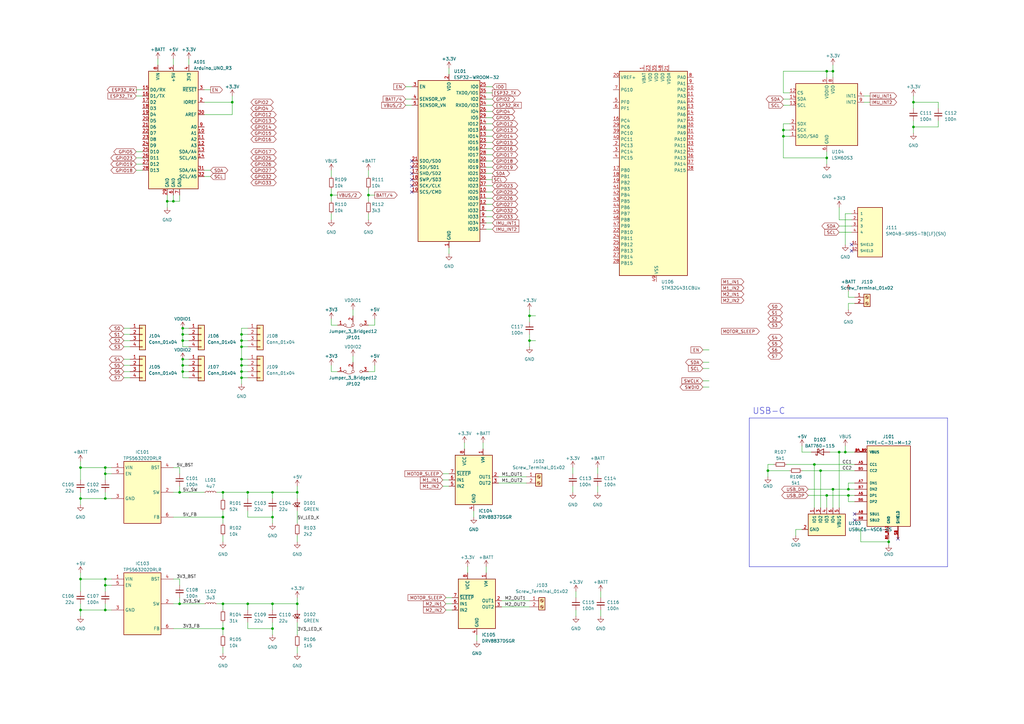
<source format=kicad_sch>
(kicad_sch (version 20230121) (generator eeschema)
  (paper "A3")
  (junction (at 99.06 154.94))
  (junction (at 151.13 80.01))
  (junction (at 344.17 185.42))
  (junction (at 74.93 139.7))
  (junction (at 43.18 191.77))
  (junction (at 347.98 203.2))
  (junction (at 74.93 137.16))
  (junction (at 74.93 134.62))
  (junction (at 101.6 247.65))
  (junction (at 339.09 29.21))
  (junction (at 68.58 82.55))
  (junction (at 334.01 190.5))
  (junction (at 91.44 247.65))
  (junction (at 99.06 142.24))
  (junction (at 33.02 204.47))
  (junction (at 336.55 193.04))
  (junction (at 217.17 129.54))
  (junction (at 111.76 201.93))
  (junction (at 121.92 247.65))
  (junction (at 43.18 194.31))
  (junction (at 101.6 201.93))
  (junction (at 91.44 201.93))
  (junction (at 111.76 247.65))
  (junction (at 99.06 139.7))
  (junction (at 74.93 152.4))
  (junction (at 347.98 200.66))
  (junction (at 43.18 237.49))
  (junction (at 321.31 53.34))
  (junction (at 341.63 29.21))
  (junction (at 121.92 201.93))
  (junction (at 339.09 203.2))
  (junction (at 321.31 55.88))
  (junction (at 95.25 41.91))
  (junction (at 111.76 257.81))
  (junction (at 91.44 212.09))
  (junction (at 73.66 247.65))
  (junction (at 364.49 222.25))
  (junction (at 71.12 82.55))
  (junction (at 99.06 147.32))
  (junction (at 339.09 64.77))
  (junction (at 33.02 191.77))
  (junction (at 341.63 200.66))
  (junction (at 33.02 237.49))
  (junction (at 346.71 185.42))
  (junction (at 217.17 139.7))
  (junction (at 99.06 149.86))
  (junction (at 33.02 250.19))
  (junction (at 91.44 257.81))
  (junction (at 74.93 149.86))
  (junction (at 43.18 204.47))
  (junction (at 73.66 201.93))
  (junction (at 314.96 193.04))
  (junction (at 99.06 137.16))
  (junction (at 135.89 80.01))
  (junction (at 374.65 41.91))
  (junction (at 99.06 152.4))
  (junction (at 43.18 250.19))
  (junction (at 43.18 240.03))
  (junction (at 74.93 147.32))
  (junction (at 111.76 212.09))
  (junction (at 374.65 52.07))
  (no_connect (at 349.25 102.87))
  (no_connect (at 368.3 220.98))
  (no_connect (at 168.91 66.04))
  (no_connect (at 168.91 71.12))
  (no_connect (at 349.25 100.33))
  (no_connect (at 350.52 213.36))
  (no_connect (at 168.91 68.58))
  (no_connect (at 168.91 78.74))
  (no_connect (at 350.52 210.82))
  (no_connect (at 168.91 76.2))
  (no_connect (at 168.91 73.66))
  (wire (pts (xy 135.89 130.81) (xy 135.89 133.35)))
  (wire (pts (xy 135.89 80.01) (xy 138.43 80.01)))
  (wire (pts (xy 135.89 133.35) (xy 138.43 133.35)))
  (wire (pts (xy 74.93 139.7) (xy 74.93 137.16)))
  (wire (pts (xy 350.52 217.17) (xy 353.06 217.17)))
  (wire (pts (xy 91.44 265.43) (xy 91.44 267.97)))
  (wire (pts (xy 50.8 147.32) (xy 53.34 147.32)))
  (wire (pts (xy 99.06 152.4) (xy 101.6 152.4)))
  (wire (pts (xy 288.29 143.51) (xy 290.83 143.51)))
  (wire (pts (xy 86.36 69.85) (xy 83.82 69.85)))
  (wire (pts (xy 201.93 35.56) (xy 199.39 35.56)))
  (wire (pts (xy 321.31 50.8) (xy 321.31 53.34)))
  (wire (pts (xy 288.29 148.59) (xy 290.83 148.59)))
  (wire (pts (xy 73.66 80.01) (xy 73.66 82.55)))
  (wire (pts (xy 346.71 182.88) (xy 346.71 185.42)))
  (wire (pts (xy 347.98 205.74) (xy 350.52 205.74)))
  (wire (pts (xy 45.72 194.31) (xy 43.18 194.31)))
  (wire (pts (xy 204.47 198.12) (xy 215.9 198.12)))
  (wire (pts (xy 201.93 83.82) (xy 199.39 83.82)))
  (wire (pts (xy 346.71 185.42) (xy 350.52 185.42)))
  (wire (pts (xy 50.8 137.16) (xy 53.34 137.16)))
  (wire (pts (xy 350.52 121.92) (xy 347.98 121.92)))
  (wire (pts (xy 341.63 26.67) (xy 341.63 29.21)))
  (wire (pts (xy 111.76 212.09) (xy 111.76 214.63)))
  (wire (pts (xy 245.11 199.39) (xy 245.11 201.93)))
  (wire (pts (xy 201.93 81.28) (xy 199.39 81.28)))
  (wire (pts (xy 347.98 127) (xy 347.98 124.46)))
  (wire (pts (xy 33.02 250.19) (xy 33.02 252.73)))
  (wire (pts (xy 77.47 24.13) (xy 77.47 26.67)))
  (wire (pts (xy 336.55 193.04) (xy 336.55 208.28)))
  (wire (pts (xy 151.13 133.35) (xy 153.67 133.35)))
  (wire (pts (xy 74.93 142.24) (xy 74.93 139.7)))
  (wire (pts (xy 99.06 152.4) (xy 99.06 154.94)))
  (wire (pts (xy 201.93 86.36) (xy 199.39 86.36)))
  (wire (pts (xy 99.06 142.24) (xy 101.6 142.24)))
  (wire (pts (xy 33.02 201.93) (xy 33.02 204.47)))
  (wire (pts (xy 111.76 209.55) (xy 111.76 212.09)))
  (wire (pts (xy 151.13 80.01) (xy 151.13 82.55)))
  (wire (pts (xy 201.93 40.64) (xy 199.39 40.64)))
  (polyline (pts (xy 388.62 232.41) (xy 307.34 232.41)))
  (wire (pts (xy 334.01 190.5) (xy 322.58 190.5)))
  (wire (pts (xy 135.89 152.4) (xy 138.43 152.4)))
  (wire (pts (xy 339.09 203.2) (xy 339.09 208.28)))
  (wire (pts (xy 121.92 219.71) (xy 121.92 222.25)))
  (wire (pts (xy 74.93 142.24) (xy 77.47 142.24)))
  (wire (pts (xy 201.93 45.72) (xy 199.39 45.72)))
  (wire (pts (xy 74.93 147.32) (xy 77.47 147.32)))
  (wire (pts (xy 195.58 260.35) (xy 195.58 262.89)))
  (wire (pts (xy 55.88 64.77) (xy 58.42 64.77)))
  (wire (pts (xy 135.89 149.86) (xy 135.89 152.4)))
  (wire (pts (xy 77.47 154.94) (xy 74.93 154.94)))
  (wire (pts (xy 201.93 73.66) (xy 199.39 73.66)))
  (wire (pts (xy 99.06 149.86) (xy 101.6 149.86)))
  (wire (pts (xy 201.93 43.18) (xy 199.39 43.18)))
  (wire (pts (xy 341.63 200.66) (xy 341.63 208.28)))
  (wire (pts (xy 71.12 80.01) (xy 71.12 82.55)))
  (wire (pts (xy 364.49 223.52) (xy 364.49 222.25)))
  (wire (pts (xy 43.18 240.03) (xy 43.18 242.57)))
  (wire (pts (xy 314.96 195.58) (xy 314.96 193.04)))
  (wire (pts (xy 33.02 237.49) (xy 43.18 237.49)))
  (wire (pts (xy 356.87 39.37) (xy 354.33 39.37)))
  (wire (pts (xy 317.5 190.5) (xy 314.96 190.5)))
  (wire (pts (xy 347.98 200.66) (xy 350.52 200.66)))
  (wire (pts (xy 101.6 247.65) (xy 91.44 247.65)))
  (wire (pts (xy 331.47 203.2) (xy 339.09 203.2)))
  (wire (pts (xy 99.06 154.94) (xy 99.06 157.48)))
  (wire (pts (xy 74.93 149.86) (xy 74.93 152.4)))
  (wire (pts (xy 374.65 52.07) (xy 374.65 54.61)))
  (wire (pts (xy 350.52 190.5) (xy 334.01 190.5)))
  (wire (pts (xy 99.06 139.7) (xy 99.06 142.24)))
  (wire (pts (xy 341.63 200.66) (xy 347.98 200.66)))
  (wire (pts (xy 331.47 200.66) (xy 341.63 200.66)))
  (wire (pts (xy 326.39 219.71) (xy 326.39 217.17)))
  (wire (pts (xy 204.47 195.58) (xy 215.9 195.58)))
  (wire (pts (xy 151.13 77.47) (xy 151.13 80.01)))
  (wire (pts (xy 33.02 191.77) (xy 43.18 191.77)))
  (wire (pts (xy 217.17 139.7) (xy 217.17 137.16)))
  (wire (pts (xy 201.93 53.34) (xy 199.39 53.34)))
  (wire (pts (xy 73.66 199.39) (xy 73.66 201.93)))
  (wire (pts (xy 95.25 46.99) (xy 95.25 41.91)))
  (wire (pts (xy 74.93 152.4) (xy 74.93 154.94)))
  (wire (pts (xy 68.58 82.55) (xy 68.58 85.09)))
  (wire (pts (xy 101.6 209.55) (xy 101.6 212.09)))
  (wire (pts (xy 321.31 29.21) (xy 339.09 29.21)))
  (wire (pts (xy 151.13 80.01) (xy 153.67 80.01)))
  (wire (pts (xy 50.8 154.94) (xy 53.34 154.94)))
  (wire (pts (xy 83.82 41.91) (xy 95.25 41.91)))
  (wire (pts (xy 344.17 95.25) (xy 349.25 95.25)))
  (wire (pts (xy 374.65 41.91) (xy 374.65 39.37)))
  (wire (pts (xy 74.93 139.7) (xy 77.47 139.7)))
  (wire (pts (xy 121.92 245.11) (xy 121.92 247.65)))
  (wire (pts (xy 384.81 41.91) (xy 374.65 41.91)))
  (wire (pts (xy 353.06 217.17) (xy 353.06 222.25)))
  (wire (pts (xy 336.55 193.04) (xy 328.93 193.04)))
  (wire (pts (xy 91.44 257.81) (xy 91.44 255.27)))
  (wire (pts (xy 101.6 212.09) (xy 111.76 212.09)))
  (wire (pts (xy 217.17 129.54) (xy 217.17 127)))
  (wire (pts (xy 74.93 137.16) (xy 77.47 137.16)))
  (wire (pts (xy 43.18 191.77) (xy 43.18 194.31)))
  (wire (pts (xy 68.58 82.55) (xy 71.12 82.55)))
  (wire (pts (xy 71.12 212.09) (xy 91.44 212.09)))
  (wire (pts (xy 151.13 69.85) (xy 151.13 72.39)))
  (wire (pts (xy 201.93 88.9) (xy 199.39 88.9)))
  (wire (pts (xy 121.92 199.39) (xy 121.92 201.93)))
  (wire (pts (xy 323.85 38.1) (xy 321.31 38.1)))
  (wire (pts (xy 121.92 265.43) (xy 121.92 267.97)))
  (wire (pts (xy 74.93 137.16) (xy 74.93 134.62)))
  (wire (pts (xy 201.93 55.88) (xy 199.39 55.88)))
  (wire (pts (xy 184.15 27.94) (xy 184.15 30.48)))
  (wire (pts (xy 353.06 222.25) (xy 364.49 222.25)))
  (wire (pts (xy 77.47 152.4) (xy 74.93 152.4)))
  (wire (pts (xy 201.93 38.1) (xy 199.39 38.1)))
  (wire (pts (xy 88.9 247.65) (xy 91.44 247.65)))
  (polyline (pts (xy 307.34 171.45) (xy 388.62 171.45)))
  (wire (pts (xy 99.06 154.94) (xy 101.6 154.94)))
  (wire (pts (xy 135.89 90.17) (xy 135.89 87.63)))
  (wire (pts (xy 245.11 191.77) (xy 245.11 194.31)))
  (wire (pts (xy 74.93 149.86) (xy 77.47 149.86)))
  (wire (pts (xy 99.06 134.62) (xy 99.06 137.16)))
  (wire (pts (xy 166.37 43.18) (xy 168.91 43.18)))
  (wire (pts (xy 101.6 257.81) (xy 111.76 257.81)))
  (wire (pts (xy 86.36 36.83) (xy 83.82 36.83)))
  (wire (pts (xy 86.36 72.39) (xy 83.82 72.39)))
  (wire (pts (xy 73.66 240.03) (xy 73.66 237.49)))
  (wire (pts (xy 201.93 76.2) (xy 199.39 76.2)))
  (wire (pts (xy 201.93 93.98) (xy 199.39 93.98)))
  (wire (pts (xy 323.85 55.88) (xy 321.31 55.88)))
  (wire (pts (xy 121.92 201.93) (xy 111.76 201.93)))
  (wire (pts (xy 111.76 255.27) (xy 111.76 257.81)))
  (wire (pts (xy 181.61 199.39) (xy 184.15 199.39)))
  (wire (pts (xy 326.39 217.17) (xy 328.93 217.17)))
  (wire (pts (xy 55.88 36.83) (xy 58.42 36.83)))
  (wire (pts (xy 181.61 194.31) (xy 184.15 194.31)))
  (wire (pts (xy 91.44 201.93) (xy 91.44 204.47)))
  (wire (pts (xy 43.18 247.65) (xy 43.18 250.19)))
  (wire (pts (xy 217.17 139.7) (xy 219.71 139.7)))
  (wire (pts (xy 45.72 240.03) (xy 43.18 240.03)))
  (wire (pts (xy 151.13 152.4) (xy 153.67 152.4)))
  (wire (pts (xy 99.06 142.24) (xy 99.06 147.32)))
  (wire (pts (xy 323.85 50.8) (xy 321.31 50.8)))
  (wire (pts (xy 182.88 250.19) (xy 185.42 250.19)))
  (wire (pts (xy 344.17 85.09) (xy 344.17 90.17)))
  (wire (pts (xy 91.44 212.09) (xy 91.44 214.63)))
  (wire (pts (xy 236.22 242.57) (xy 236.22 245.11)))
  (wire (pts (xy 201.93 50.8) (xy 199.39 50.8)))
  (wire (pts (xy 99.06 147.32) (xy 99.06 149.86)))
  (wire (pts (xy 201.93 63.5) (xy 199.39 63.5)))
  (wire (pts (xy 99.06 139.7) (xy 101.6 139.7)))
  (wire (pts (xy 50.8 152.4) (xy 53.34 152.4)))
  (wire (pts (xy 201.93 78.74) (xy 199.39 78.74)))
  (wire (pts (xy 181.61 196.85) (xy 184.15 196.85)))
  (wire (pts (xy 45.72 237.49) (xy 43.18 237.49)))
  (wire (pts (xy 314.96 193.04) (xy 323.85 193.04)))
  (wire (pts (xy 347.98 124.46) (xy 350.52 124.46)))
  (wire (pts (xy 99.06 137.16) (xy 99.06 139.7)))
  (wire (pts (xy 91.44 212.09) (xy 91.44 209.55)))
  (wire (pts (xy 73.66 247.65) (xy 71.12 247.65)))
  (wire (pts (xy 144.78 148.59) (xy 144.78 146.05)))
  (wire (pts (xy 121.92 204.47) (xy 121.92 201.93)))
  (wire (pts (xy 111.76 247.65) (xy 101.6 247.65)))
  (wire (pts (xy 45.72 191.77) (xy 43.18 191.77)))
  (wire (pts (xy 182.88 245.11) (xy 185.42 245.11)))
  (wire (pts (xy 101.6 255.27) (xy 101.6 257.81)))
  (wire (pts (xy 43.18 237.49) (xy 43.18 240.03)))
  (wire (pts (xy 99.06 147.32) (xy 101.6 147.32)))
  (wire (pts (xy 33.02 204.47) (xy 43.18 204.47)))
  (wire (pts (xy 332.74 185.42) (xy 328.93 185.42)))
  (wire (pts (xy 71.12 82.55) (xy 73.66 82.55)))
  (wire (pts (xy 339.09 29.21) (xy 339.09 31.75)))
  (wire (pts (xy 166.37 40.64) (xy 168.91 40.64)))
  (wire (pts (xy 73.66 194.31) (xy 73.66 191.77)))
  (wire (pts (xy 321.31 55.88) (xy 321.31 64.77)))
  (wire (pts (xy 374.65 41.91) (xy 374.65 44.45)))
  (wire (pts (xy 33.02 237.49) (xy 33.02 242.57)))
  (wire (pts (xy 71.12 24.13) (xy 71.12 26.67)))
  (wire (pts (xy 101.6 250.19) (xy 101.6 247.65)))
  (wire (pts (xy 201.93 91.44) (xy 199.39 91.44)))
  (wire (pts (xy 205.74 246.38) (xy 217.17 246.38)))
  (wire (pts (xy 73.66 201.93) (xy 83.82 201.93)))
  (wire (pts (xy 321.31 64.77) (xy 339.09 64.77)))
  (wire (pts (xy 121.92 255.27) (xy 121.92 260.35)))
  (wire (pts (xy 33.02 189.23) (xy 33.02 191.77)))
  (wire (pts (xy 101.6 134.62) (xy 99.06 134.62)))
  (wire (pts (xy 205.74 248.92) (xy 217.17 248.92)))
  (wire (pts (xy 121.92 250.19) (xy 121.92 247.65)))
  (wire (pts (xy 50.8 139.7) (xy 53.34 139.7)))
  (wire (pts (xy 246.38 242.57) (xy 246.38 245.11)))
  (wire (pts (xy 91.44 247.65) (xy 91.44 250.19)))
  (wire (pts (xy 182.88 247.65) (xy 185.42 247.65)))
  (wire (pts (xy 184.15 101.6) (xy 184.15 104.14)))
  (wire (pts (xy 339.09 67.31) (xy 339.09 64.77)))
  (wire (pts (xy 321.31 43.18) (xy 323.85 43.18)))
  (wire (pts (xy 101.6 204.47) (xy 101.6 201.93)))
  (wire (pts (xy 374.65 52.07) (xy 374.65 49.53)))
  (wire (pts (xy 111.76 250.19) (xy 111.76 247.65)))
  (wire (pts (xy 339.09 62.23) (xy 339.09 64.77)))
  (wire (pts (xy 135.89 80.01) (xy 135.89 82.55)))
  (wire (pts (xy 91.44 257.81) (xy 91.44 260.35)))
  (wire (pts (xy 341.63 31.75) (xy 341.63 29.21)))
  (wire (pts (xy 50.8 149.86) (xy 53.34 149.86)))
  (wire (pts (xy 55.88 39.37) (xy 58.42 39.37)))
  (wire (pts (xy 344.17 90.17) (xy 349.25 90.17)))
  (wire (pts (xy 74.93 149.86) (xy 74.93 147.32)))
  (wire (pts (xy 99.06 137.16) (xy 101.6 137.16)))
  (wire (pts (xy 135.89 77.47) (xy 135.89 80.01)))
  (wire (pts (xy 33.02 234.95) (xy 33.02 237.49)))
  (wire (pts (xy 288.29 151.13) (xy 290.83 151.13)))
  (wire (pts (xy 101.6 201.93) (xy 91.44 201.93)))
  (wire (pts (xy 64.77 24.13) (xy 64.77 26.67)))
  (wire (pts (xy 73.66 201.93) (xy 71.12 201.93)))
  (wire (pts (xy 347.98 198.12) (xy 350.52 198.12)))
  (wire (pts (xy 83.82 46.99) (xy 95.25 46.99)))
  (wire (pts (xy 73.66 191.77) (xy 71.12 191.77)))
  (wire (pts (xy 74.93 134.62) (xy 77.47 134.62)))
  (wire (pts (xy 43.18 250.19) (xy 45.72 250.19)))
  (wire (pts (xy 33.02 250.19) (xy 43.18 250.19)))
  (wire (pts (xy 153.67 152.4) (xy 153.67 149.86)))
  (wire (pts (xy 43.18 194.31) (xy 43.18 196.85)))
  (wire (pts (xy 153.67 133.35) (xy 153.67 130.81)))
  (wire (pts (xy 201.93 68.58) (xy 199.39 68.58)))
  (wire (pts (xy 68.58 80.01) (xy 68.58 82.55)))
  (wire (pts (xy 73.66 237.49) (xy 71.12 237.49)))
  (wire (pts (xy 341.63 29.21) (xy 339.09 29.21)))
  (polyline (pts (xy 307.34 171.45) (xy 307.34 232.41)))
  (wire (pts (xy 334.01 190.5) (xy 334.01 208.28)))
  (wire (pts (xy 43.18 204.47) (xy 45.72 204.47)))
  (wire (pts (xy 346.71 87.63) (xy 349.25 87.63)))
  (wire (pts (xy 55.88 62.23) (xy 58.42 62.23)))
  (wire (pts (xy 99.06 149.86) (xy 99.06 152.4)))
  (wire (pts (xy 201.93 66.04) (xy 199.39 66.04)))
  (polyline (pts (xy 388.62 171.45) (xy 388.62 232.41)))
  (wire (pts (xy 194.31 209.55) (xy 194.31 212.09)))
  (wire (pts (xy 321.31 53.34) (xy 323.85 53.34)))
  (wire (pts (xy 344.17 92.71) (xy 349.25 92.71)))
  (wire (pts (xy 33.02 204.47) (xy 33.02 207.01)))
  (wire (pts (xy 191.77 232.41) (xy 191.77 234.95)))
  (wire (pts (xy 166.37 35.56) (xy 168.91 35.56)))
  (wire (pts (xy 73.66 245.11) (xy 73.66 247.65)))
  (wire (pts (xy 121.92 247.65) (xy 111.76 247.65)))
  (wire (pts (xy 246.38 250.19) (xy 246.38 252.73)))
  (wire (pts (xy 356.87 41.91) (xy 354.33 41.91)))
  (wire (pts (xy 95.25 39.37) (xy 95.25 41.91)))
  (wire (pts (xy 344.17 185.42) (xy 344.17 208.28)))
  (wire (pts (xy 55.88 69.85) (xy 58.42 69.85)))
  (wire (pts (xy 347.98 200.66) (xy 347.98 198.12)))
  (wire (pts (xy 321.31 38.1) (xy 321.31 29.21)))
  (wire (pts (xy 91.44 219.71) (xy 91.44 222.25)))
  (wire (pts (xy 328.93 185.42) (xy 328.93 182.88)))
  (wire (pts (xy 88.9 201.93) (xy 91.44 201.93)))
  (wire (pts (xy 111.76 204.47) (xy 111.76 201.93)))
  (wire (pts (xy 384.81 41.91) (xy 384.81 44.45)))
  (wire (pts (xy 135.89 69.85) (xy 135.89 72.39)))
  (wire (pts (xy 50.8 134.62) (xy 53.34 134.62)))
  (wire (pts (xy 321.31 40.64) (xy 323.85 40.64)))
  (wire (pts (xy 347.98 203.2) (xy 350.52 203.2)))
  (wire (pts (xy 43.18 201.93) (xy 43.18 204.47)))
  (wire (pts (xy 55.88 67.31) (xy 58.42 67.31)))
  (wire (pts (xy 217.17 129.54) (xy 219.71 129.54)))
  (wire (pts (xy 111.76 257.81) (xy 111.76 260.35)))
  (wire (pts (xy 321.31 53.34) (xy 321.31 55.88)))
  (wire (pts (xy 234.95 191.77) (xy 234.95 194.31)))
  (wire (pts (xy 384.81 52.07) (xy 384.81 49.53)))
  (wire (pts (xy 314.96 190.5) (xy 314.96 193.04)))
  (wire (pts (xy 144.78 129.54) (xy 144.78 127)))
  (wire (pts (xy 347.98 121.92) (xy 347.98 119.38)))
  (wire (pts (xy 73.66 247.65) (xy 83.82 247.65)))
  (wire (pts (xy 198.12 181.61) (xy 198.12 184.15)))
  (wire (pts (xy 217.17 139.7) (xy 217.17 142.24)))
  (wire (pts (xy 151.13 90.17) (xy 151.13 87.63)))
  (wire (pts (xy 33.02 247.65) (xy 33.02 250.19)))
  (wire (pts (xy 347.98 203.2) (xy 347.98 205.74)))
  (wire (pts (xy 236.22 250.19) (xy 236.22 252.73)))
  (wire (pts (xy 33.02 191.77) (xy 33.02 196.85)))
  (wire (pts (xy 350.52 193.04) (xy 336.55 193.04)))
  (wire (pts (xy 121.92 209.55) (xy 121.92 214.63)))
  (wire (pts (xy 217.17 129.54) (xy 217.17 132.08)))
  (wire (pts (xy 364.49 222.25) (xy 364.49 220.98)))
  (wire (pts (xy 199.39 232.41) (xy 199.39 234.95)))
  (wire (pts (xy 339.09 203.2) (xy 347.98 203.2)))
  (wire (pts (xy 111.76 201.93) (xy 101.6 201.93)))
  (wire (pts (xy 201.93 71.12) (xy 199.39 71.12)))
  (wire (pts (xy 190.5 181.61) (xy 190.5 184.15)))
  (wire (pts (xy 201.93 58.42) (xy 199.39 58.42)))
  (wire (pts (xy 288.29 156.21) (xy 290.83 156.21)))
  (wire (pts (xy 344.17 185.42) (xy 346.71 185.42)))
  (wire (pts (xy 288.29 158.75) (xy 290.83 158.75)))
  (wire (pts (xy 50.8 142.24) (xy 53.34 142.24)))
  (wire (pts (xy 201.93 60.96) (xy 199.39 60.96)))
  (wire (pts (xy 71.12 257.81) (xy 91.44 257.81)))
  (wire (pts (xy 346.71 87.63) (xy 346.71 100.33)))
  (wire (pts (xy 340.36 185.42) (xy 344.17 185.42)))
  (wire (pts (xy 374.65 52.07) (xy 384.81 52.07)))
  (wire (pts (xy 234.95 199.39) (xy 234.95 201.93)))
  (wire (pts (xy 201.93 48.26) (xy 199.39 48.26)))
  (text "USB-C" (at 308.61 170.18 0) (effects (font (size 2.54 2.54)) (justify left bottom)))
  (label "M1_OUT1" (at 205.74 195.58 0))
  (label "5V_SW" (at 74.93 201.93 0))
  (label "3V3_SW" (at 74.93 247.65 0))
  (label "M1_OUT2" (at 205.74 198.12 0))
  (label "3V3_LED_K" (at 121.92 259.08 0))
  (label "M2_OUT2" (at 207.01 248.92 0))
  (label "5V_FB" (at 74.93 212.09 0))
  (label "5V_BST" (at 72.39 191.77 0))
  (label "3V3_BST" (at 72.39 237.49 0))
  (label "M2_OUT1" (at 207.01 246.38 0))
  (label "3V3_FB" (at 74.93 257.81 0))
  (label "CC2" (at 345.44 193.04 0))
  (label "CC1" (at 345.44 190.5 0))
  (label "5V_LED_K" (at 121.92 213.36 0))
  (global_label "S3" (shape bidirectional) (at 50.8 142.24 180) (property "Intersheetrefs" "${INTERSHEET_REFS}" (effects hide)))
  (global_label "GPIO4" (shape bidirectional) (at 201.93 45.72 0) (property "Intersheetrefs" "${INTERSHEET_REFS}" (effects hide)))
  (global_label "GPIO15" (shape bidirectional) (at 201.93 58.42 0) (property "Intersheetrefs" "${INTERSHEET_REFS}" (effects hide)))
  (global_label "GPIO14" (shape bidirectional) (at 102.87 52.07 0) (property "Intersheetrefs" "${INTERSHEET_REFS}" (effects hide)))
  (global_label "SCL" (shape input) (at 288.29 151.13 180) (property "Intersheetrefs" "${INTERSHEET_REFS}" (effects hide)))
  (global_label "S2" (shape bidirectional) (at 314.96 130.81 0) (property "Intersheetrefs" "${INTERSHEET_REFS}" (effects hide)))
  (global_label "IMU_INT1" (shape output) (at 356.87 39.37 0) (property "Intersheetrefs" "${INTERSHEET_REFS}" (effects hide)))
  (global_label "GPIO25" (shape bidirectional) (at 102.87 64.77 0) (property "Intersheetrefs" "${INTERSHEET_REFS}" (effects hide)))
  (global_label "USB_DN" (shape bidirectional) (at 331.47 200.66 180) (property "Intersheetrefs" "${INTERSHEET_REFS}" (effects hide)))
  (global_label "GPIO5" (shape bidirectional) (at 55.88 62.23 180) (property "Intersheetrefs" "${INTERSHEET_REFS}" (effects hide)))
  (global_label "ESP32_TX" (shape output) (at 201.93 38.1 0) (property "Intersheetrefs" "${INTERSHEET_REFS}" (effects hide)))
  (global_label "GPIO18" (shape bidirectional) (at 201.93 66.04 0) (property "Intersheetrefs" "${INTERSHEET_REFS}" (effects hide)))
  (global_label "GPIO19" (shape bidirectional) (at 55.88 67.31 180) (property "Intersheetrefs" "${INTERSHEET_REFS}" (effects hide)))
  (global_label "SDA" (shape bidirectional) (at 201.93 71.12 0) (property "Intersheetrefs" "${INTERSHEET_REFS}" (effects hide)))
  (global_label "BATT{slash}4" (shape output) (at 153.67 80.01 0) (property "Intersheetrefs" "${INTERSHEET_REFS}" (effects hide)))
  (global_label "GPIO4" (shape bidirectional) (at 102.87 44.45 0) (property "Intersheetrefs" "${INTERSHEET_REFS}" (effects hide)))
  (global_label "SCL" (shape input) (at 321.31 43.18 180) (property "Intersheetrefs" "${INTERSHEET_REFS}" (effects hide)))
  (global_label "VBUS{slash}2" (shape input) (at 166.37 43.18 180) (property "Intersheetrefs" "${INTERSHEET_REFS}" (effects hide)))
  (global_label "GPIO2" (shape bidirectional) (at 102.87 41.91 0) (property "Intersheetrefs" "${INTERSHEET_REFS}" (effects hide)))
  (global_label "S4" (shape bidirectional) (at 50.8 147.32 180) (property "Intersheetrefs" "${INTERSHEET_REFS}" (effects hide)))
  (global_label "MOTOR_SLEEP" (shape input) (at 182.88 245.11 180) (property "Intersheetrefs" "${INTERSHEET_REFS}" (effects hide)))
  (global_label "IMU_INT1" (shape input) (at 201.93 91.44 0) (property "Intersheetrefs" "${INTERSHEET_REFS}" (effects hide)))
  (global_label "M1_IN2" (shape output) (at 295.91 118.11 0) (property "Intersheetrefs" "${INTERSHEET_REFS}" (effects hide)))
  (global_label "EN" (shape input) (at 166.37 35.56 180) (property "Intersheetrefs" "${INTERSHEET_REFS}" (effects hide)))
  (global_label "GPIO19" (shape bidirectional) (at 201.93 68.58 0) (property "Intersheetrefs" "${INTERSHEET_REFS}" (effects hide)))
  (global_label "GPIO26" (shape bidirectional) (at 201.93 81.28 0) (property "Intersheetrefs" "${INTERSHEET_REFS}" (effects hide)))
  (global_label "SCL" (shape input) (at 86.36 72.39 0) (property "Intersheetrefs" "${INTERSHEET_REFS}" (effects hide)))
  (global_label "S0" (shape bidirectional) (at 50.8 134.62 180) (property "Intersheetrefs" "${INTERSHEET_REFS}" (effects hide)))
  (global_label "S1" (shape bidirectional) (at 314.96 128.27 0) (property "Intersheetrefs" "${INTERSHEET_REFS}" (effects hide)))
  (global_label "GPIO18" (shape bidirectional) (at 55.88 69.85 180) (property "Intersheetrefs" "${INTERSHEET_REFS}" (effects hide)))
  (global_label "M1_IN1" (shape output) (at 295.91 115.57 0) (property "Intersheetrefs" "${INTERSHEET_REFS}" (effects hide)))
  (global_label "GPIO12" (shape bidirectional) (at 201.93 50.8 0) (property "Intersheetrefs" "${INTERSHEET_REFS}" (effects hide)))
  (global_label "S4" (shape bidirectional) (at 314.96 138.43 0) (property "Intersheetrefs" "${INTERSHEET_REFS}" (effects hide)))
  (global_label "M2_IN2" (shape input) (at 182.88 250.19 180) (property "Intersheetrefs" "${INTERSHEET_REFS}" (effects hide)))
  (global_label "GPIO16" (shape bidirectional) (at 102.87 57.15 0) (property "Intersheetrefs" "${INTERSHEET_REFS}" (effects hide)))
  (global_label "VBUS{slash}2" (shape output) (at 138.43 80.01 0) (property "Intersheetrefs" "${INTERSHEET_REFS}" (effects hide)))
  (global_label "IMU_INT2" (shape output) (at 356.87 41.91 0) (property "Intersheetrefs" "${INTERSHEET_REFS}" (effects hide)))
  (global_label "SWDIO" (shape bidirectional) (at 288.29 158.75 180) (property "Intersheetrefs" "${INTERSHEET_REFS}" (effects hide)))
  (global_label "S7" (shape bidirectional) (at 50.8 154.94 180) (property "Intersheetrefs" "${INTERSHEET_REFS}" (effects hide)))
  (global_label "SWCLK" (shape input) (at 288.29 156.21 180) (property "Intersheetrefs" "${INTERSHEET_REFS}" (effects hide)))
  (global_label "S5" (shape bidirectional) (at 314.96 140.97 0) (property "Intersheetrefs" "${INTERSHEET_REFS}" (effects hide)))
  (global_label "GPIO13" (shape bidirectional) (at 102.87 49.53 0) (property "Intersheetrefs" "${INTERSHEET_REFS}" (effects hide)))
  (global_label "SDA" (shape bidirectional) (at 86.36 69.85 0) (property "Intersheetrefs" "${INTERSHEET_REFS}" (effects hide)))
  (global_label "USB_DP" (shape bidirectional) (at 331.47 203.2 180) (property "Intersheetrefs" "${INTERSHEET_REFS}" (effects hide)))
  (global_label "ESP32_RX" (shape output) (at 55.88 36.83 180) (property "Intersheetrefs" "${INTERSHEET_REFS}" (effects hide)))
  (global_label "S1" (shape bidirectional) (at 50.8 137.16 180) (property "Intersheetrefs" "${INTERSHEET_REFS}" (effects hide)))
  (global_label "SDA" (shape bidirectional) (at 288.29 148.59 180) (property "Intersheetrefs" "${INTERSHEET_REFS}" (effects hide)))
  (global_label "SDA" (shape bidirectional) (at 344.17 92.71 180) (property "Intersheetrefs" "${INTERSHEET_REFS}" (effects hide)))
  (global_label "GPIO2" (shape bidirectional) (at 201.93 40.64 0) (property "Intersheetrefs" "${INTERSHEET_REFS}" (effects hide)))
  (global_label "IMU_INT2" (shape input) (at 201.93 93.98 0) (property "Intersheetrefs" "${INTERSHEET_REFS}" (effects hide)))
  (global_label "SDA" (shape bidirectional) (at 321.31 40.64 180) (property "Intersheetrefs" "${INTERSHEET_REFS}" (effects hide)))
  (global_label "S6" (shape bidirectional) (at 50.8 152.4 180) (property "Intersheetrefs" "${INTERSHEET_REFS}" (effects hide)))
  (global_label "M2_IN2" (shape output) (at 295.91 123.19 0) (property "Intersheetrefs" "${INTERSHEET_REFS}" (effects hide)))
  (global_label "GPIO5" (shape bidirectional) (at 201.93 48.26 0) (property "Intersheetrefs" "${INTERSHEET_REFS}" (effects hide)))
  (global_label "GPIO26" (shape bidirectional) (at 102.87 67.31 0) (property "Intersheetrefs" "${INTERSHEET_REFS}" (effects hide)))
  (global_label "EN" (shape output) (at 86.36 36.83 0) (property "Intersheetrefs" "${INTERSHEET_REFS}" (effects hide)))
  (global_label "SCL" (shape input) (at 344.17 95.25 180) (property "Intersheetrefs" "${INTERSHEET_REFS}" (effects hide)))
  (global_label "M1_IN1" (shape input) (at 181.61 196.85 180) (property "Intersheetrefs" "${INTERSHEET_REFS}" (effects hide)))
  (global_label "GPIO27" (shape bidirectional) (at 201.93 83.82 0) (property "Intersheetrefs" "${INTERSHEET_REFS}" (effects hide)))
  (global_label "SCL" (shape output) (at 201.93 73.66 0) (property "Intersheetrefs" "${INTERSHEET_REFS}" (effects hide)))
  (global_label "M2_IN1" (shape input) (at 182.88 247.65 180) (property "Intersheetrefs" "${INTERSHEET_REFS}" (effects hide)))
  (global_label "ESP32_TX" (shape input) (at 55.88 39.37 180) (property "Intersheetrefs" "${INTERSHEET_REFS}" (effects hide)))
  (global_label "BATT{slash}4" (shape input) (at 166.37 40.64 180) (property "Intersheetrefs" "${INTERSHEET_REFS}" (effects hide)))
  (global_label "GPIO15" (shape bidirectional) (at 102.87 54.61 0) (property "Intersheetrefs" "${INTERSHEET_REFS}" (effects hide)))
  (global_label "GPIO32" (shape bidirectional) (at 201.93 86.36 0) (property "Intersheetrefs" "${INTERSHEET_REFS}" (effects hide)))
  (global_label "S6" (shape bidirectional) (at 314.96 143.51 0) (property "Intersheetrefs" "${INTERSHEET_REFS}" (effects hide)))
  (global_label "GPIO27" (shape bidirectional) (at 102.87 69.85 0) (property "Intersheetrefs" "${INTERSHEET_REFS}" (effects hide)))
  (global_label "M2_IN1" (shape output) (at 295.91 120.65 0) (property "Intersheetrefs" "${INTERSHEET_REFS}" (effects hide)))
  (global_label "GPIO12" (shape bidirectional) (at 102.87 46.99 0) (property "Intersheetrefs" "${INTERSHEET_REFS}" (effects hide)))
  (global_label "GPIO33" (shape bidirectional) (at 102.87 74.93 0) (property "Intersheetrefs" "${INTERSHEET_REFS}" (effects hide)))
  (global_label "S0" (shape bidirectional) (at 314.96 125.73 0) (property "Intersheetrefs" "${INTERSHEET_REFS}" (effects hide)))
  (global_label "GPIO33" (shape bidirectional) (at 201.93 88.9 0) (property "Intersheetrefs" "${INTERSHEET_REFS}" (effects hide)))
  (global_label "S3" (shape bidirectional) (at 314.96 133.35 0) (property "Intersheetrefs" "${INTERSHEET_REFS}" (effects hide)))
  (global_label "GPIO32" (shape bidirectional) (at 102.87 72.39 0) (property "Intersheetrefs" "${INTERSHEET_REFS}" (effects hide)))
  (global_label "GPIO17" (shape bidirectional) (at 102.87 62.23 0) (property "Intersheetrefs" "${INTERSHEET_REFS}" (effects hide)))
  (global_label "GPIO25" (shape bidirectional) (at 201.93 78.74 0) (property "Intersheetrefs" "${INTERSHEET_REFS}" (effects hide)))
  (global_label "MOTOR_SLEEP" (shape input) (at 181.61 194.31 180) (property "Intersheetrefs" "${INTERSHEET_REFS}" (effects hide)))
  (global_label "MOTOR_SLEEP" (shape output) (at 295.91 135.89 0) (property "Intersheetrefs" "${INTERSHEET_REFS}" (effects hide)))
  (global_label "GPIO17" (shape bidirectional) (at 201.93 63.5 0) (property "Intersheetrefs" "${INTERSHEET_REFS}" (effects hide)))
  (global_label "IO0" (shape input) (at 201.93 35.56 0) (property "Intersheetrefs" "${INTERSHEET_REFS}" (effects hide)))
  (global_label "GPIO14" (shape bidirectional) (at 201.93 55.88 0) (property "Intersheetrefs" "${INTERSHEET_REFS}" (effects hide)))
  (global_label "GPIO16" (shape bidirectional) (at 201.93 60.96 0) (property "Intersheetrefs" "${INTERSHEET_REFS}" (effects hide)))
  (global_label "GPIO13" (shape bidirectional) (at 201.93 53.34 0) (property "Intersheetrefs" "${INTERSHEET_REFS}" (effects hide)))
  (global_label "M1_IN2" (shape input) (at 181.61 199.39 180) (property "Intersheetrefs" "${INTERSHEET_REFS}" (effects hide)))
  (global_label "GPIO23" (shape bidirectional) (at 55.88 64.77 180) (property "Intersheetrefs" "${INTERSHEET_REFS}" (effects hide)))
  (global_label "S7" (shape bidirectional) (at 314.96 146.05 0) (property "Intersheetrefs" "${INTERSHEET_REFS}" (effects hide)))
  (global_label "S5" (shape bidirectional) (at 50.8 149.86 180) (property "Intersheetrefs" "${INTERSHEET_REFS}" (effects hide)))
  (global_label "ESP32_RX" (shape input) (at 201.93 43.18 0) (property "Intersheetrefs" "${INTERSHEET_REFS}" (effects hide)))
  (global_label "EN" (shape input) (at 288.29 143.51 180) (property "Intersheetrefs" "${INTERSHEET_REFS}" (effects hide)))
  (global_label "GPIO23" (shape bidirectional) (at 201.93 76.2 0) (property "Intersheetrefs" "${INTERSHEET_REFS}" (effects hide)))
  (global_label "S2" (shape bidirectional) (at 50.8 139.7 180) (property "Intersheetrefs" "${INTERSHEET_REFS}" (effects hide)))
  (symbol (lib_id "power:GND") (at 111.76 214.63 0) (unit 1)
    (property "Reference" "#PWR0108" (effects hide))
    (property "Value" "GND" (at 111.76 219.71 0))
  )
  (symbol (lib_id "power:+3.3V") (at 191.77 232.41 0) (unit 1)
    (property "Reference" "#PWR0139" (effects hide))
    (property "Value" "+3.3V" (at 191.77 228.6 0))
  )
  (symbol (lib_id "power:GND") (at 314.96 195.58 0) (mirror y) (unit 1)
    (property "Reference" "#PWR0116" (effects hide))
    (property "Value" "GND" (at 314.96 199.39 0))
  )
  (symbol (lib_id "power:GND") (at 347.98 127 0) (unit 1)
    (property "Reference" "#PWR0159" (effects hide))
    (property "Value" "GND" (at 347.98 132.08 0))
  )
  (symbol (lib_id "power:GND") (at 346.71 100.33 0) (unit 1)
    (property "Reference" "#PWR0160" (effects hide))
    (property "Value" "GND" (at 346.71 105.41 0))
  )
  (symbol (lib_id "TYPE-C-31-M-12:TYPE-C-31-M-12") (at 364.49 195.58 0) (unit 1)
    (property "Reference" "J101" (at 364.49 179.07 0))
    (property "Value" "TYPE-C-31-M-12" (at 364.49 181.61 0))
    (property "Footprint" "101 Footprints:HRO_TYPE-C-31-M-12" (effects hide))
    (property "PARTREV" "2020.12.08" (effects hide))
    (property "MANUFACTURER" "HRO Electronics Co., Ltd." (effects hide))
    (property "SNAPEDA_PN" "TYPE-C-31-M-12" (effects hide))
    (property "MAXIMUM_PACKAGE_HEIGHT" "3.26 mm" (effects hide))
    (property "STANDARD" "Manufacturer Recommendations" (effects hide))
  )
  (symbol (lib_id "power:+5V") (at 153.67 130.81 0) (unit 1)
    (property "Reference" "#PWR0151" (effects hide))
    (property "Value" "+5V" (at 153.67 127 0))
  )
  (symbol (lib_id "power:GND") (at 135.89 90.17 0) (unit 1)
    (property "Reference" "#PWR0122" (effects hide))
    (property "Value" "GND" (at 135.89 95.25 0))
  )
  (symbol (lib_id "Connector_Generic:Conn_01x04") (at 82.55 149.86 0) (unit 1)
    (property "Reference" "J107" (at 85.09 150.495 0) (effects (justify left)))
    (property "Value" "Conn_01x04" (at 85.09 153.035 0) (effects (justify left)))
    (property "Footprint" "Connector_PinHeader_2.54mm:PinHeader_1x04_P2.54mm_Vertical" (effects hide))
  )
  (symbol (lib_id "power:+3.3V") (at 95.25 39.37 0) (unit 1)
    (property "Reference" "#PWR0131" (effects hide))
    (property "Value" "+3.3V" (at 95.25 35.56 0))
  )
  (symbol (lib_id "power:+BATT") (at 33.02 189.23 0) (unit 1)
    (property "Reference" "#PWR0105" (effects hide))
    (property "Value" "+BATT" (at 33.02 185.42 0))
  )
  (symbol (lib_id "power:+BATT") (at 347.98 119.38 0) (unit 1)
    (property "Reference" "#PWR0158" (effects hide))
    (property "Value" "+BATT" (at 347.98 115.57 0))
  )
  (symbol (lib_id "MSL_Symbols:VDDIO2") (at 74.93 147.32 0) (unit 1)
    (property "Reference" "#PWR0156" (effects hide))
    (property "Value" "VDDIO2" (at 74.93 143.51 0))
  )
  (symbol (lib_id "power:GND") (at 68.58 85.09 0) (unit 1)
    (property "Reference" "#PWR0101" (effects hide))
    (property "Value" "GND" (at 68.58 90.17 0))
  )
  (symbol (lib_id "power:+3.3V") (at 341.63 26.67 0) (unit 1)
    (property "Reference" "#PWR0128" (effects hide))
    (property "Value" "+3.3V" (at 341.63 22.86 0))
  )
  (symbol (lib_id "Jumper:Jumper_3_Bridged12") (at 144.78 133.35 0) (mirror x) (unit 1)
    (property "Reference" "JP101" (at 144.78 138.43 0))
    (property "Value" "Jumper_3_Bridged12" (at 144.78 135.89 0))
    (property "Footprint" "Connector_PinHeader_2.54mm:PinHeader_1x03_P2.54mm_Vertical" (effects hide))
  )
  (symbol (lib_id "Device:R_Small") (at 121.92 262.89 0) (unit 1)
    (property "Reference" "R106" (at 124.46 262.255 0) (effects (justify left)))
    (property "Value" "1k5" (at 124.46 264.795 0) (effects (justify left)))
  )
  (symbol (lib_id "Connector_Generic:Conn_01x04") (at 106.68 137.16 0) (unit 1)
    (property "Reference" "J108" (at 109.22 137.795 0) (effects (justify left)))
    (property "Value" "Conn_01x04" (at 109.22 140.335 0) (effects (justify left)))
    (property "Footprint" "Connector_PinHeader_2.54mm:PinHeader_1x04_P2.54mm_Vertical" (effects hide))
  )
  (symbol (lib_id "Device:C_Small") (at 101.6 207.01 0) (unit 1)
    (property "Reference" "C103" (at 104.14 206.3813 0) (effects (justify left)))
    (property "Value" "22u" (at 104.14 208.9213 0) (effects (justify left)))
    (property "Footprint" "Capacitor_SMD:C_0603_1608Metric" (effects hide))
  )
  (symbol (lib_id "Connector_Generic:Conn_01x04") (at 58.42 137.16 0) (unit 1)
    (property "Reference" "J104" (at 60.96 137.795 0) (effects (justify left)))
    (property "Value" "Conn_01x04" (at 60.96 140.335 0) (effects (justify left)))
    (property "Footprint" "Connector_PinHeader_2.54mm:PinHeader_1x04_P2.54mm_Vertical" (effects hide))
  )
  (symbol (lib_id "power:+3.3V") (at 234.95 191.77 0) (unit 1)
    (property "Reference" "#PWR0135" (effects hide))
    (property "Value" "+3.3V" (at 234.95 187.96 0))
  )
  (symbol (lib_id "power:+3.3V") (at 121.92 245.11 0) (unit 1)
    (property "Reference" "#PWR0114" (effects hide))
    (property "Value" "+3.3V" (at 121.92 241.3 0))
  )
  (symbol (lib_id "Device:C_Small") (at 73.66 196.85 0) (unit 1)
    (property "Reference" "C101" (at 76.2 196.2213 0) (effects (justify left)))
    (property "Value" "100n" (at 76.2 198.7613 0) (effects (justify left)))
    (property "Footprint" "Capacitor_SMD:C_0402_1005Metric" (effects hide))
  )
  (symbol (lib_id "power:+3V3") (at 135.89 130.81 0) (unit 1)
    (property "Reference" "#PWR0149" (effects hide))
    (property "Value" "+3V3" (at 135.89 127 0))
  )
  (symbol (lib_id "Device:C_Small") (at 73.66 242.57 0) (unit 1)
    (property "Reference" "C108" (at 76.2 241.9413 0) (effects (justify left)))
    (property "Value" "100n" (at 76.2 244.4813 0) (effects (justify left)))
    (property "Footprint" "Capacitor_SMD:C_0402_1005Metric" (effects hide))
  )
  (symbol (lib_id "101 Symbols:Arduino_UNO_R3") (at 71.12 52.07 0) (unit 1)
    (property "Reference" "A101" (at 79.4259 25.4 0) (effects (justify left)))
    (property "Value" "Arduino_UNO_R3" (at 79.4259 27.94 0) (effects (justify left)))
    (property "Footprint" "101 Footprints:ICRS_101_UNO_R3" (effects hide))
    (property "Datasheet" "https://www.arduino.cc/en/Main/arduinoBoardUno" (effects hide))
  )
  (symbol (lib_id "power:+3V3") (at 135.89 149.86 0) (unit 1)
    (property "Reference" "#PWR0152" (effects hide))
    (property "Value" "+3V3" (at 135.89 146.05 0))
  )
  (symbol (lib_id "Device:C_Small") (at 236.22 247.65 0) (unit 1)
    (property "Reference" "C115" (at 238.76 247.0213 0) (effects (justify left)))
    (property "Value" "100n" (at 238.76 249.5613 0) (effects (justify left)))
    (property "Footprint" "Capacitor_SMD:C_0402_1005Metric" (effects hide))
  )
  (symbol (lib_id "power:GND") (at 194.31 212.09 0) (unit 1)
    (property "Reference" "#PWR0132" (effects hide))
    (property "Value" "GND" (at 194.31 217.17 0))
  )
  (symbol (lib_id "power:+3V3") (at 344.17 85.09 0) (unit 1)
    (property "Reference" "#PWR0161" (effects hide))
    (property "Value" "+3V3" (at 344.17 81.28 0))
  )
  (symbol (lib_id "Device:R_Small") (at 135.89 74.93 0) (mirror y) (unit 1)
    (property "Reference" "R109" (at 137.16 73.66 0) (effects (justify right)))
    (property "Value" "10k" (at 137.16 76.2 0) (effects (justify right)))
    (property "Footprint" "Resistor_SMD:R_0402_1005Metric" (effects hide))
  )
  (symbol (lib_id "power:VBUS") (at 346.71 182.88 0) (unit 1)
    (property "Reference" "#PWR0119" (effects hide))
    (property "Value" "VBUS" (at 346.71 179.07 0))
  )
  (symbol (lib_id "Device:R_Small") (at 121.92 217.17 0) (unit 1)
    (property "Reference" "R103" (at 124.46 216.535 0) (effects (justify left)))
    (property "Value" "2k2" (at 124.46 219.075 0) (effects (justify left)))
  )
  (symbol (lib_id "Device:R_Small") (at 320.04 190.5 270) (mirror x) (unit 1)
    (property "Reference" "R107" (at 320.04 185.42 90))
    (property "Value" "5k1" (at 320.04 187.96 90))
    (property "Footprint" "Resistor_SMD:R_0402_1005Metric" (effects hide))
  )
  (symbol (lib_id "power:+3.3V") (at 374.65 39.37 0) (unit 1)
    (property "Reference" "#PWR0129" (effects hide))
    (property "Value" "+3.3V" (at 374.65 35.56 0))
  )
  (symbol (lib_id "power:+BATT") (at 246.38 242.57 0) (unit 1)
    (property "Reference" "#PWR0144" (effects hide))
    (property "Value" "+BATT" (at 246.38 238.76 0))
  )
  (symbol (lib_id "power:+BATT") (at 151.13 69.85 0) (unit 1)
    (property "Reference" "#PWR0123" (effects hide))
    (property "Value" "+BATT" (at 151.13 66.04 0))
  )
  (symbol (lib_id "power:+3.3V") (at 77.47 24.13 0) (unit 1)
    (property "Reference" "#PWR0127" (effects hide))
    (property "Value" "+3.3V" (at 77.47 20.32 0))
  )
  (symbol (lib_id "Connector:Screw_Terminal_01x02") (at 222.25 246.38 0) (unit 1)
    (property "Reference" "J103" (at 222.25 240.03 0))
    (property "Value" "Screw_Terminal_01x02" (at 222.25 242.57 0))
    (property "Footprint" "TerminalBlock:TerminalBlock_bornier-2_P5.08mm" (effects hide))
  )
  (symbol (lib_id "power:GND") (at 99.06 157.48 0) (unit 1)
    (property "Reference" "#PWR0148" (effects hide))
    (property "Value" "GND" (at 99.06 162.56 0))
  )
  (symbol (lib_id "Connector_Generic:Conn_01x04") (at 58.42 149.86 0) (unit 1)
    (property "Reference" "J105" (at 60.96 150.495 0) (effects (justify left)))
    (property "Value" "Conn_01x04" (at 60.96 153.035 0) (effects (justify left)))
    (property "Footprint" "Connector_PinHeader_2.54mm:PinHeader_1x04_P2.54mm_Vertical" (effects hide))
  )
  (symbol (lib_id "power:+3.3V") (at 190.5 181.61 0) (unit 1)
    (property "Reference" "#PWR0134" (effects hide))
    (property "Value" "+3.3V" (at 190.5 177.8 0))
  )
  (symbol (lib_id "power:+BATT") (at 199.39 232.41 0) (unit 1)
    (property "Reference" "#PWR0141" (effects hide))
    (property "Value" "+BATT" (at 199.39 228.6 0))
  )
  (symbol (lib_id "power:GND") (at 111.76 260.35 0) (unit 1)
    (property "Reference" "#PWR0113" (effects hide))
    (property "Value" "GND" (at 111.76 265.43 0))
  )
  (symbol (lib_id "Connector_Generic:Conn_01x04") (at 82.55 137.16 0) (unit 1)
    (property "Reference" "J106" (at 85.09 137.795 0) (effects (justify left)))
    (property "Value" "Conn_01x04" (at 85.09 140.335 0) (effects (justify left)))
    (property "Footprint" "Connector_PinHeader_2.54mm:PinHeader_1x04_P2.54mm_Vertical" (effects hide))
  )
  (symbol (lib_id "power:GND") (at 374.65 54.61 0) (unit 1)
    (property "Reference" "#PWR0130" (effects hide))
    (property "Value" "GND" (at 374.65 59.69 0))
  )
  (symbol (lib_id "power:GND") (at 121.92 222.25 0) (unit 1)
    (property "Reference" "#PWR0109" (effects hide))
    (property "Value" "GND" (at 121.92 227.33 0))
  )
  (symbol (lib_id "MCU_ST_STM32G4:STM32G431CBUx") (at 266.7 72.39 0) (unit 1)
    (property "Reference" "U106" (at 271.1959 115.57 0) (effects (justify left)))
    (property "Value" "STM32G431CBUx" (at 271.1959 118.11 0) (effects (justify left)))
    (property "Footprint" "Package_DFN_QFN:QFN-48-1EP_7x7mm_P0.5mm_EP5.6x5.6mm" (effects hide))
    (property "Datasheet" "https://www.st.com/resource/en/datasheet/stm32g431cb.pdf" (effects hide))
  )
  (symbol (lib_id "power:+5V") (at 328.93 182.88 0) (unit 1)
    (property "Reference" "#PWR0118" (effects hide))
    (property "Value" "+5V" (at 328.93 179.07 0))
  )
  (symbol (lib_id "power:GND") (at 151.13 90.17 0) (unit 1)
    (property "Reference" "#PWR0124" (effects hide))
    (property "Value" "GND" (at 151.13 95.25 0))
  )
  (symbol (lib_id "power:GND") (at 236.22 252.73 0) (unit 1)
    (property "Reference" "#PWR0143" (effects hide))
    (property "Value" "GND" (at 236.22 257.81 0))
  )
  (symbol (lib_id "Connector_Generic:Conn_01x04") (at 106.68 149.86 0) (unit 1)
    (property "Reference" "J109" (at 109.22 150.495 0) (effects (justify left)))
    (property "Value" "Conn_01x04" (at 109.22 153.035 0) (effects (justify left)))
    (property "Footprint" "Connector_PinHeader_2.54mm:PinHeader_1x04_P2.54mm_Vertical" (effects hide))
  )
  (symbol (lib_id "power:GND") (at 364.49 223.52 0) (mirror y) (unit 1)
    (property "Reference" "#PWR0120" (effects hide))
    (property "Value" "GND" (at 364.49 227.33 0))
  )
  (symbol (lib_id "Device:D_Schottky") (at 336.55 185.42 0) (mirror x) (unit 1)
    (property "Reference" "D103" (at 336.2325 180.34 0))
    (property "Value" "BAT760-115" (at 336.2325 182.88 0))
    (property "Footprint" "Diode_SMD:D_SOD-323" (effects hide))
  )
  (symbol (lib_id "Device:C_Small") (at 101.6 252.73 0) (unit 1)
    (property "Reference" "C109" (at 104.14 252.1013 0) (effects (justify left)))
    (property "Value" "22u" (at 104.14 254.6413 0) (effects (justify left)))
    (property "Footprint" "Capacitor_SMD:C_0603_1608Metric" (effects hide))
  )
  (symbol (lib_id "power:+BATT") (at 64.77 24.13 0) (unit 1)
    (property "Reference" "#PWR0125" (effects hide))
    (property "Value" "+BATT" (at 64.77 20.32 0))
  )
  (symbol (lib_id "power:GND") (at 246.38 252.73 0) (unit 1)
    (property "Reference" "#PWR0145" (effects hide))
    (property "Value" "GND" (at 246.38 257.81 0))
  )
  (symbol (lib_id "power:GND") (at 33.02 207.01 0) (unit 1)
    (property "Reference" "#PWR0104" (effects hide))
    (property "Value" "GND" (at 33.02 212.09 0))
  )
  (symbol (lib_id "Device:C_Small") (at 217.17 134.62 0) (mirror y) (unit 1)
    (property "Reference" "C117" (at 214.63 133.9913 0) (effects (justify left)))
    (property "Value" "100n" (at 214.63 136.5313 0) (effects (justify left)))
    (property "Footprint" "Capacitor_SMD:C_0402_1005Metric" (effects hide))
  )
  (symbol (lib_id "Connector:Screw_Terminal_01x02") (at 220.98 195.58 0) (unit 1)
    (property "Reference" "J102" (at 220.98 189.23 0))
    (property "Value" "Screw_Terminal_01x02" (at 220.98 191.77 0))
    (property "Footprint" "TerminalBlock:TerminalBlock_bornier-2_P5.08mm" (effects hide))
  )
  (symbol (lib_id "power:+BATT") (at 198.12 181.61 0) (unit 1)
    (property "Reference" "#PWR0133" (effects hide))
    (property "Value" "+BATT" (at 198.12 177.8 0))
  )
  (symbol (lib_id "Device:C_Small") (at 245.11 196.85 0) (unit 1)
    (property "Reference" "C114" (at 247.65 196.2213 0) (effects (justify left)))
    (property "Value" "100n" (at 247.65 198.7613 0) (effects (justify left)))
    (property "Footprint" "Capacitor_SMD:C_0402_1005Metric" (effects hide))
  )
  (symbol (lib_id "Device:C_Small") (at 111.76 252.73 0) (unit 1)
    (property "Reference" "C110" (at 114.3 252.1013 0) (effects (justify left)))
    (property "Value" "22u" (at 114.3 254.6413 0) (effects (justify left)))
    (property "Footprint" "Capacitor_SMD:C_0603_1608Metric" (effects hide))
  )
  (symbol (lib_id "MSL_Symbols:VDDIO2") (at 144.78 146.05 0) (unit 1)
    (property "Reference" "#PWR0153" (effects hide))
    (property "Value" "VDDIO2" (at 144.78 142.24 0))
  )
  (symbol (lib_id "SM04B-SRSS-TB_LF__SN_:SM04B-SRSS-TB(LF)(SN)") (at 356.87 92.71 0) (unit 1)
    (property "Reference" "J111" (at 363.22 93.345 0) (effects (justify left)))
    (property "Value" "SM04B-SRSS-TB(LF)(SN)" (at 363.22 95.885 0) (effects (justify left)))
    (property "Footprint" "footprints:JST_SM04B-SRSS-TB(LF)(SN)" (effects hide))
    (property "MANUFACTURER" "JST" (effects hide))
    (property "STANDARD" "Manufacturer recommendations" (effects hide))
  )
  (symbol (lib_id "Device:C_Small") (at 234.95 196.85 0) (unit 1)
    (property "Reference" "C113" (at 237.49 196.2213 0) (effects (justify left)))
    (property "Value" "100n" (at 237.49 198.7613 0) (effects (justify left)))
    (property "Footprint" "Capacitor_SMD:C_0402_1005Metric" (effects hide))
  )
  (symbol (lib_id "power:GND") (at 245.11 201.93 0) (unit 1)
    (property "Reference" "#PWR0138" (effects hide))
    (property "Value" "GND" (at 245.11 207.01 0))
  )
  (symbol (lib_id "power:GND") (at 234.95 201.93 0) (unit 1)
    (property "Reference" "#PWR0136" (effects hide))
    (property "Value" "GND" (at 234.95 207.01 0))
  )
  (symbol (lib_id "Device:R_Small") (at 151.13 74.93 0) (mirror y) (unit 1)
    (property "Reference" "R111" (at 152.4 73.66 0) (effects (justify right)))
    (property "Value" "10k" (at 152.4 76.2 0) (effects (justify right)))
    (property "Footprint" "Resistor_SMD:R_0402_1005Metric" (effects hide))
  )
  (symbol (lib_id "power:VBUS") (at 135.89 69.85 0) (unit 1)
    (property "Reference" "#PWR0121" (effects hide))
    (property "Value" "VBUS" (at 135.89 66.04 0))
  )
  (symbol (lib_id "power:+5V") (at 71.12 24.13 0) (unit 1)
    (property "Reference" "#PWR0126" (effects hide))
    (property "Value" "+5V" (at 71.12 20.32 0))
  )
  (symbol (lib_id "Device:R_Small") (at 91.44 217.17 0) (unit 1)
    (property "Reference" "R102" (at 93.98 216.535 0) (effects (justify left)))
    (property "Value" "10k" (at 93.98 219.075 0) (effects (justify left)))
    (property "Footprint" "Resistor_SMD:R_0402_1005Metric" (effects hide))
  )
  (symbol (lib_name "TPS563202DRLR_1") (lib_id "TPS563202DRLR:TPS563202DRLR") (at 45.72 191.77 0) (unit 1)
    (property "Reference" "IC101" (at 58.42 185.42 0))
    (property "Value" "TPS563202DRLR" (at 58.42 187.96 0))
    (property "Footprint" "SOTFL50P160X60-6N" (effects hide))
    (property "Datasheet" "https://www.ti.com/lit/ds/symlink/tps563202.pdf?ts=1603808321713&ref_url=https%253A%252F%252Fwww.mouser.de%252F" (effects hide))
    (property "Height" "0.6" (effects hide))
    (property "Manufacturer_Name" "Texas Instruments" (effects hide))
    (property "Manufacturer_Part_Number" "TPS563202DRLR" (effects hide))
    (property "Mouser Part Number" "595-TPS563202DRLR" (effects hide))
    (property "Mouser Price/Stock" "https://www.mouser.co.uk/ProductDetail/Texas-Instruments/TPS563202DRLR?qs=hWgE7mdIu5QK%2FoCD%2F%2FSgyQ%3D%3D" (effects hide))
    (property "Arrow Part Number" "TPS563202DRLR" (effects hide))
    (property "Arrow Price/Stock" "https://www.arrow.com/en/products/tps563202drlr/texas-instruments?region=nac" (effects hide))
  )
  (symbol (lib_id "power:GND") (at 91.44 267.97 0) (unit 1)
    (property "Reference" "#PWR0112" (effects hide))
    (property "Value" "GND" (at 91.44 273.05 0))
  )
  (symbol (lib_name "TPS563202DRLR_1") (lib_id "TPS563202DRLR:TPS563202DRLR") (at 45.72 237.49 0) (unit 1)
    (property "Reference" "IC103" (at 58.42 231.14 0))
    (property "Value" "TPS563202DRLR" (at 58.42 233.68 0))
    (property "Footprint" "SOTFL50P160X60-6N" (effects hide))
    (property "Datasheet" "https://www.ti.com/lit/ds/symlink/tps563202.pdf?ts=1603808321713&ref_url=https%253A%252F%252Fwww.mouser.de%252F" (effects hide))
    (property "Height" "0.6" (effects hide))
    (property "Manufacturer_Name" "Texas Instruments" (effects hide))
    (property "Manufacturer_Part_Number" "TPS563202DRLR" (effects hide))
    (property "Mouser Part Number" "595-TPS563202DRLR" (effects hide))
    (property "Mouser Price/Stock" "https://www.mouser.co.uk/ProductDetail/Texas-Instruments/TPS563202DRLR?qs=hWgE7mdIu5QK%2FoCD%2F%2FSgyQ%3D%3D" (effects hide))
    (property "Arrow Part Number" "TPS563202DRLR" (effects hide))
    (property "Arrow Price/Stock" "https://www.arrow.com/en/products/tps563202drlr/texas-instruments?region=nac" (effects hide))
  )
  (symbol (lib_id "Connector:Screw_Terminal_01x02") (at 355.6 121.92 0) (unit 1)
    (property "Reference" "J110" (at 355.6 115.57 0))
    (property "Value" "Screw_Terminal_01x02" (at 355.6 118.11 0))
    (property "Footprint" "TerminalBlock:TerminalBlock_bornier-2_P5.08mm" (effects hide))
  )
  (symbol (lib_id "Device:C_Small") (at 33.02 199.39 0) (mirror y) (unit 1)
    (property "Reference" "C105" (at 30.48 198.7613 0) (effects (justify left)))
    (property "Value" "22u" (at 30.48 201.3013 0) (effects (justify left)))
    (property "Footprint" "Capacitor_SMD:C_0603_1608Metric" (effects hide))
  )
  (symbol (lib_id "DRV8837DSGR:DRV8837DSGR") (at 195.58 247.65 0) (unit 1)
    (property "Reference" "IC105" (at 197.5359 260.35 0) (effects (justify left)))
    (property "Value" "DRV8837DSGR" (at 197.5359 262.89 0) (effects (justify left)))
    (property "Footprint" "101 Footprints:SON50P200X200X80-9N" (effects hide))
    (property "Datasheet" "http://www.ti.com/lit/gpn/drv8837" (effects hide))
    (property "Height" "0.8" (effects hide))
    (property "Manufacturer_Name" "Texas Instruments" (effects hide))
    (property "Manufacturer_Part_Number" "DRV8837DSGR" (effects hide))
    (property "Mouser Part Number" "595-DRV8837DSGR" (effects hide))
    (property "Mouser Price/Stock" "https://www.mouser.co.uk/ProductDetail/Texas-Instruments/DRV8837DSGR?qs=l6ZoeTYLMwO0pKIJ8222Ww%3D%3D" (effects hide))
    (property "Arrow Part Number" "DRV8837DSGR" (effects hide))
    (property "Arrow Price/Stock" "https://www.arrow.com/en/products/drv8837dsgr/texas-instruments?region=nac" (effects hide))
  )
  (symbol (lib_id "power:GND") (at 326.39 219.71 0) (mirror y) (unit 1)
    (property "Reference" "#PWR0117" (effects hide))
    (property "Value" "GND" (at 326.39 223.52 0))
  )
  (symbol (lib_id "power:+3.3V") (at 236.22 242.57 0) (unit 1)
    (property "Reference" "#PWR0142" (effects hide))
    (property "Value" "+3.3V" (at 236.22 238.76 0))
  )
  (symbol (lib_id "power:+3.3V") (at 184.15 27.94 0) (unit 1)
    (property "Reference" "#PWR0157" (effects hide))
    (property "Value" "+3.3V" (at 184.15 24.13 0))
  )
  (symbol (lib_id "LSM6DS3TR-C:LSM6DS3") (at 339.09 46.99 0) (unit 1)
    (property "Reference" "U104" (at 341.0459 62.23 0) (effects (justify left)))
    (property "Value" "LSM6DS3" (at 341.0459 64.77 0) (effects (justify left)))
    (property "Footprint" "Package_LGA:LGA-14_3x2.5mm_P0.5mm_LayoutBorder3x4y" (effects hide))
    (property "Datasheet" "https://www.st.com/resource/en/datasheet/lsm6ds3tr-c.pdf" (effects hide))
  )
  (symbol (lib_id "Device:L_Small") (at 86.36 247.65 90) (unit 1)
    (property "Reference" "L102" (at 86.36 242.57 90))
    (property "Value" "3u3" (at 86.36 245.11 90))
  )
  (symbol (lib_id "power:+5V") (at 121.92 199.39 0) (unit 1)
    (property "Reference" "#PWR0107" (effects hide))
    (property "Value" "+5V" (at 121.92 195.58 0))
  )
  (symbol (lib_id "Device:R_Small") (at 91.44 262.89 0) (unit 1)
    (property "Reference" "R105" (at 93.98 262.255 0) (effects (justify left)))
    (property "Value" "10k" (at 93.98 264.795 0) (effects (justify left)))
    (property "Footprint" "Resistor_SMD:R_0402_1005Metric" (effects hide))
  )
  (symbol (lib_id "power:GND") (at 195.58 262.89 0) (unit 1)
    (property "Reference" "#PWR0140" (effects hide))
    (property "Value" "GND" (at 195.58 267.97 0))
  )
  (symbol (lib_id "power:+3.3V") (at 217.17 127 0) (unit 1)
    (property "Reference" "#PWR0146" (effects hide))
    (property "Value" "+3.3V" (at 217.17 123.19 0))
  )
  (symbol (lib_id "power:+5V") (at 33.02 234.95 0) (unit 1)
    (property "Reference" "#PWR0110" (effects hide))
    (property "Value" "+5V" (at 33.02 231.14 0))
  )
  (symbol (lib_id "Device:LED_Small") (at 121.92 207.01 90) (unit 1)
    (property "Reference" "D101" (at 124.46 206.3115 90) (effects (justify right)))
    (property "Value" "GREEN" (at 124.46 208.8515 90) (effects (justify right)))
    (property "Footprint" "LED_SMD:LED_0603_1608Metric" (effects hide))
  )
  (symbol (lib_id "MSL_Symbols:USBLC6-4SC6-ES") (at 339.09 215.9 0) (unit 1)
    (property "Reference" "U103" (at 347.98 214.63 0) (effects (justify left)))
    (property "Value" "USBLC6-4SC6-ES" (at 347.98 217.17 0) (effects (justify left)))
    (property "Footprint" "Package_TO_SOT_SMD:SOT-23-6" (effects hide))
  )
  (symbol (lib_id "Device:R_Small") (at 135.89 85.09 0) (mirror y) (unit 1)
    (property "Reference" "R110" (at 137.16 83.82 0) (effects (justify right)))
    (property "Value" "10k" (at 137.16 86.36 0) (effects (justify right)))
    (property "Footprint" "Resistor_SMD:R_0402_1005Metric" (effects hide))
  )
  (symbol (lib_id "power:+5V") (at 153.67 149.86 0) (unit 1)
    (property "Reference" "#PWR0154" (effects hide))
    (property "Value" "+5V" (at 153.67 146.05 0))
  )
  (symbol (lib_id "power:+BATT") (at 245.11 191.77 0) (unit 1)
    (property "Reference" "#PWR0137" (effects hide))
    (property "Value" "+BATT" (at 245.11 187.96 0))
  )
  (symbol (lib_id "Device:C_Small") (at 43.18 199.39 0) (mirror y) (unit 1)
    (property "Reference" "C102" (at 40.64 198.7613 0) (effects (justify left)))
    (property "Value" "100n" (at 40.64 201.3013 0) (effects (justify left)))
    (property "Footprint" "Capacitor_SMD:C_0402_1005Metric" (effects hide))
  )
  (symbol (lib_id "Device:R_Small") (at 91.44 207.01 0) (unit 1)
    (property "Reference" "R101" (at 93.98 206.375 0) (effects (justify left)))
    (property "Value" "52k" (at 93.98 208.915 0) (effects (justify left)))
  )
  (symbol (lib_id "power:GND") (at 121.92 267.97 0) (unit 1)
    (property "Reference" "#PWR0115" (effects hide))
    (property "Value" "GND" (at 121.92 273.05 0))
  )
  (symbol (lib_id "Device:R_Small") (at 151.13 85.09 0) (mirror y) (unit 1)
    (property "Reference" "R112" (at 152.4 83.82 0) (effects (justify right)))
    (property "Value" "3k3" (at 152.4 86.36 0) (effects (justify right)))
    (property "Footprint" "Resistor_SMD:R_0402_1005Metric" (effects hide))
  )
  (symbol (lib_id "Device:C_Small") (at 384.81 46.99 0) (unit 1)
    (property "Reference" "C112" (at 387.35 46.3613 0) (effects (justify left)))
    (property "Value" "100n" (at 387.35 48.9013 0) (effects (justify left)))
    (property "Footprint" "Capacitor_SMD:C_0402_1005Metric" (effects hide))
  )
  (symbol (lib_id "power:GND") (at 91.44 222.25 0) (unit 1)
    (property "Reference" "#PWR0106" (effects hide))
    (property "Value" "GND" (at 91.44 227.33 0))
  )
  (symbol (lib_id "power:GND") (at 184.15 104.14 0) (unit 1)
    (property "Reference" "#PWR0102" (effects hide))
    (property "Value" "GND" (at 184.15 109.22 0))
  )
  (symbol (lib_id "Device:C_Small") (at 111.76 207.01 0) (unit 1)
    (property "Reference" "C104" (at 114.3 206.3813 0) (effects (justify left)))
    (property "Value" "22u" (at 114.3 208.9213 0) (effects (justify left)))
    (property "Footprint" "Capacitor_SMD:C_0603_1608Metric" (effects hide))
  )
  (symbol (lib_id "Device:C_Small") (at 374.65 46.99 0) (unit 1)
    (property "Reference" "C111" (at 377.19 46.3613 0) (effects (justify left)))
    (property "Value" "100n" (at 377.19 48.9013 0) (effects (justify left)))
    (property "Footprint" "Capacitor_SMD:C_0402_1005Metric" (effects hide))
  )
  (symbol (lib_id "MSL_Symbols:VDDIO1") (at 144.78 127 0) (unit 1)
    (property "Reference" "#PWR0150" (effects hide))
    (property "Value" "VDDIO1" (at 144.78 123.19 0))
  )
  (symbol (lib_id "MSL_Symbols:VDDIO1") (at 74.93 134.62 0) (unit 1)
    (property "Reference" "#PWR0155" (effects hide))
    (property "Value" "VDDIO1" (at 74.93 130.81 0))
  )
  (symbol (lib_id "RF_Module:ESP32-WROOM-32") (at 184.15 66.04 0) (unit 1)
    (property "Reference" "U101" (at 186.1059 29.21 0) (effects (justify left)))
    (property "Value" "ESP32-WROOM-32" (at 186.1059 31.75 0) (effects (justify left)))
    (property "Footprint" "RF_Module:ESP32-WROOM-32" (effects hide))
    (property "Datasheet" "https://www.espressif.com/sites/default/files/documentation/esp32-wroom-32_datasheet_en.pdf" (effects hide))
  )
  (symbol (lib_id "Jumper:Jumper_3_Bridged12") (at 144.78 152.4 0) (mirror x) (unit 1)
    (property "Reference" "JP102" (at 144.78 157.48 0))
    (property "Value" "Jumper_3_Bridged12" (at 144.78 154.94 0))
    (property "Footprint" "Connector_PinHeader_2.54mm:PinHeader_1x03_P2.54mm_Vertical" (effects hide))
  )
  (symbol (lib_id "Device:R_Small") (at 91.44 252.73 0) (unit 1)
    (property "Reference" "R104" (at 93.98 252.095 0) (effects (justify left)))
    (property "Value" "31k" (at 93.98 254.635 0) (effects (justify left)))
  )
  (symbol (lib_id "Device:C_Small") (at 43.18 245.11 0) (mirror y) (unit 1)
    (property "Reference" "C107" (at 40.64 244.4813 0) (effects (justify left)))
    (property "Value" "100n" (at 40.64 247.0213 0) (effects (justify left)))
    (property "Footprint" "Capacitor_SMD:C_0402_1005Metric" (effects hide))
  )
  (symbol (lib_id "Device:LED_Small") (at 121.92 252.73 90) (unit 1)
    (property "Reference" "D102" (at 124.46 252.0315 90) (effects (justify right)))
    (property "Value" "GREEN" (at 124.46 254.5715 90) (effects (justify right)))
    (property "Footprint" "LED_SMD:LED_0603_1608Metric" (effects hide))
  )
  (symbol (lib_id "Device:R_Small") (at 326.39 193.04 270) (mirror x) (unit 1)
    (property "Reference" "R108" (at 326.39 195.58 90))
    (property "Value" "5k1" (at 326.39 198.12 90))
    (property "Footprint" "Resistor_SMD:R_0402_1005Metric" (effects hide))
  )
  (symbol (lib_id "Device:C_Small") (at 246.38 247.65 0) (unit 1)
    (property "Reference" "C116" (at 248.92 247.0213 0) (effects (justify left)))
    (property "Value" "100n" (at 248.92 249.5613 0) (effects (justify left)))
    (property "Footprint" "Capacitor_SMD:C_0402_1005Metric" (effects hide))
  )
  (symbol (lib_id "power:GND") (at 339.09 67.31 0) (unit 1)
    (property "Reference" "#PWR0103" (effects hide))
    (property "Value" "GND" (at 339.09 72.39 0))
  )
  (symbol (lib_id "DRV8837DSGR:DRV8837DSGR") (at 194.31 196.85 0) (unit 1)
    (property "Reference" "IC104" (at 196.2659 209.55 0) (effects (justify left)))
    (property "Value" "DRV8837DSGR" (at 196.2659 212.09 0) (effects (justify left)))
    (property "Footprint" "101 Footprints:SON50P200X200X80-9N" (effects hide))
    (property "Datasheet" "http://www.ti.com/lit/gpn/drv8837" (effects hide))
    (property "Height" "0.8" (effects hide))
    (property "Manufacturer_Name" "Texas Instruments" (effects hide))
    (property "Manufacturer_Part_Number" "DRV8837DSGR" (effects hide))
    (property "Mouser Part Number" "595-DRV8837DSGR" (effects hide))
    (property "Mouser Price/Stock" "https://www.mouser.co.uk/ProductDetail/Texas-Instruments/DRV8837DSGR?qs=l6ZoeTYLMwO0pKIJ8222Ww%3D%3D" (effects hide))
    (property "Arrow Part Number" "DRV8837DSGR" (effects hide))
    (property "Arrow Price/Stock" "https://www.arrow.com/en/products/drv8837dsgr/texas-instruments?region=nac" (effects hide))
  )
  (symbol (lib_id "power:GND") (at 217.17 142.24 0) (unit 1)
    (property "Reference" "#PWR0147" (effects hide))
    (property "Value" "GND" (at 217.17 147.32 0))
  )
  (symbol (lib_id "Device:C_Small") (at 33.02 245.11 0) (mirror y) (unit 1)
    (property "Reference" "C106" (at 30.48 244.4813 0) (effects (justify left)))
    (property "Value" "22u" (at 30.48 247.0213 0) (effects (justify left)))
    (property "Footprint" "Capacitor_SMD:C_0603_1608Metric" (effects hide))
  )
  (symbol (lib_id "Device:L_Small") (at 86.36 201.93 90) (unit 1)
    (property "Reference" "L101" (at 86.36 196.85 90))
    (property "Value" "4u7" (at 86.36 199.39 90))
  )
  (symbol (lib_id "power:GND") (at 33.02 252.73 0) (unit 1)
    (property "Reference" "#PWR0111" (effects hide))
    (property "Value" "GND" (at 33.02 257.81 0))
  )
)
</source>
